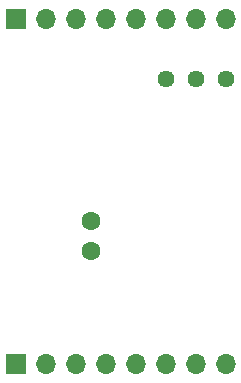
<source format=gbs>
G04 #@! TF.FileFunction,Soldermask,Bot*
%FSLAX46Y46*%
G04 Gerber Fmt 4.6, Leading zero omitted, Abs format (unit mm)*
G04 Created by KiCad (PCBNEW 4.0.7-e2-6376~58~ubuntu17.04.1) date Wed Oct  4 03:32:47 2017*
%MOMM*%
%LPD*%
G01*
G04 APERTURE LIST*
%ADD10C,0.100000*%
%ADD11C,1.600000*%
%ADD12R,1.700000X1.700000*%
%ADD13O,1.700000X1.700000*%
%ADD14C,1.440000*%
G04 APERTURE END LIST*
D10*
D11*
X165100000Y-108585000D03*
X165100000Y-111125000D03*
D12*
X158750000Y-120650000D03*
D13*
X161290000Y-120650000D03*
X163830000Y-120650000D03*
X166370000Y-120650000D03*
X168910000Y-120650000D03*
X171450000Y-120650000D03*
X173990000Y-120650000D03*
X176530000Y-120650000D03*
D12*
X158750000Y-91440000D03*
D13*
X161290000Y-91440000D03*
X163830000Y-91440000D03*
X166370000Y-91440000D03*
X168910000Y-91440000D03*
X171450000Y-91440000D03*
X173990000Y-91440000D03*
X176530000Y-91440000D03*
D14*
X176530000Y-96520000D03*
X173990000Y-96520000D03*
X171450000Y-96520000D03*
M02*

</source>
